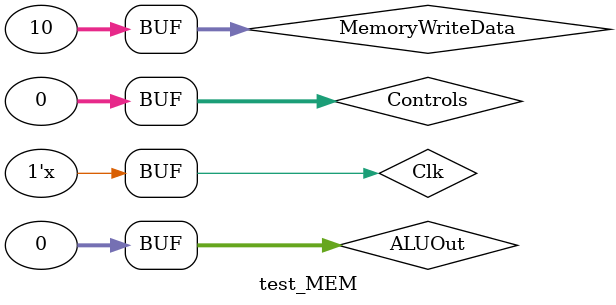
<source format=v>
`timescale 1ns / 1ps


module test_MEM;

	// Inputs
	reg Clk;
	reg [31:0] ALUOut;
	reg [31:0] MemoryWriteData;
	reg [31:0] Controls;

	// Outputs
	wire [31:0] out_MemoryData;

	// Instantiate the Unit Under Test (UUT)
	MEM uut (
		.Clk(Clk), 
		.ALUOut(ALUOut), 
		.MemoryWriteData(MemoryWriteData), 
		.Controls(Controls), 
		.out_MemoryData(out_MemoryData)
	);
	always begin
		#5 Clk = ~Clk;
	end
	
	initial begin
		// Initialize Inputs
		Clk = 0;
		ALUOut = 1;
		MemoryWriteData = 10;
		Controls = 32'b1111_1111_1111_1111_1111_1111_1111_1111;

		// Wait 100 ns for global reset to finish
		#15;
		Controls = 0;
		ALUOut = 0;
        
		// Add stimulus here

	end
      
endmodule


</source>
